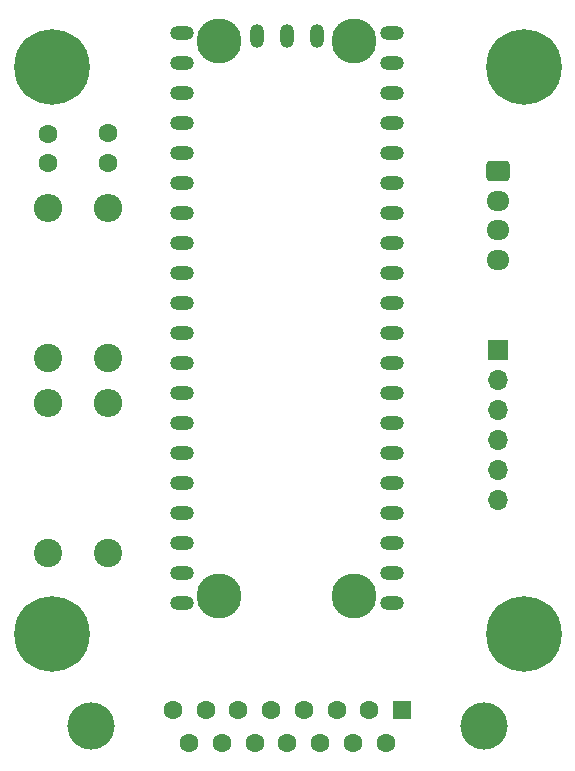
<source format=gbr>
%TF.GenerationSoftware,KiCad,Pcbnew,7.0.1*%
%TF.CreationDate,2023-04-10T15:25:16+01:00*%
%TF.ProjectId,pico-joystick,7069636f-2d6a-46f7-9973-7469636b2e6b,rev?*%
%TF.SameCoordinates,Original*%
%TF.FileFunction,Soldermask,Bot*%
%TF.FilePolarity,Negative*%
%FSLAX46Y46*%
G04 Gerber Fmt 4.6, Leading zero omitted, Abs format (unit mm)*
G04 Created by KiCad (PCBNEW 7.0.1) date 2023-04-10 15:25:16*
%MOMM*%
%LPD*%
G01*
G04 APERTURE LIST*
G04 Aperture macros list*
%AMRoundRect*
0 Rectangle with rounded corners*
0 $1 Rounding radius*
0 $2 $3 $4 $5 $6 $7 $8 $9 X,Y pos of 4 corners*
0 Add a 4 corners polygon primitive as box body*
4,1,4,$2,$3,$4,$5,$6,$7,$8,$9,$2,$3,0*
0 Add four circle primitives for the rounded corners*
1,1,$1+$1,$2,$3*
1,1,$1+$1,$4,$5*
1,1,$1+$1,$6,$7*
1,1,$1+$1,$8,$9*
0 Add four rect primitives between the rounded corners*
20,1,$1+$1,$2,$3,$4,$5,0*
20,1,$1+$1,$4,$5,$6,$7,0*
20,1,$1+$1,$6,$7,$8,$9,0*
20,1,$1+$1,$8,$9,$2,$3,0*%
G04 Aperture macros list end*
%ADD10C,6.400000*%
%ADD11C,3.800000*%
%ADD12O,2.000000X1.200000*%
%ADD13O,1.200000X2.000000*%
%ADD14C,2.400000*%
%ADD15O,2.400000X2.400000*%
%ADD16RoundRect,0.250000X-0.725000X0.600000X-0.725000X-0.600000X0.725000X-0.600000X0.725000X0.600000X0*%
%ADD17O,1.950000X1.700000*%
%ADD18R,1.700000X1.700000*%
%ADD19O,1.700000X1.700000*%
%ADD20C,1.600000*%
%ADD21R,1.600000X1.600000*%
%ADD22C,4.000000*%
G04 APERTURE END LIST*
D10*
%TO.C,REF\u002A\u002A*%
X172400000Y-113000000D03*
%TD*%
%TO.C,REF\u002A\u002A*%
X132400000Y-113000000D03*
%TD*%
%TO.C,REF\u002A\u002A*%
X132400000Y-65000000D03*
%TD*%
%TO.C,REF\u002A\u002A*%
X172400000Y-65000000D03*
%TD*%
D11*
%TO.C,U1*%
X158000000Y-109760000D03*
X158000000Y-62760000D03*
X146600000Y-109760000D03*
X146600000Y-62760000D03*
D12*
X161190000Y-110390000D03*
X161190000Y-107850000D03*
X161190000Y-105310000D03*
X161190000Y-102770000D03*
X161190000Y-100230000D03*
X161190000Y-97690000D03*
X161190000Y-95150000D03*
X161190000Y-92610000D03*
X161190000Y-90070000D03*
X161190000Y-87530000D03*
X161190000Y-84990000D03*
X161190000Y-82450000D03*
X161190000Y-79910000D03*
X161190000Y-77370000D03*
X161190000Y-74830000D03*
X161190000Y-72290000D03*
X161190000Y-69750000D03*
X161190000Y-67210000D03*
X161190000Y-64670000D03*
X161190000Y-62130000D03*
X143410000Y-62130000D03*
X143410000Y-64670000D03*
X143410000Y-67210000D03*
X143410000Y-69750000D03*
X143410000Y-72290000D03*
X143410000Y-74830000D03*
X143410000Y-77370000D03*
X143410000Y-79910000D03*
X143410000Y-82450000D03*
X143410000Y-84990000D03*
X143410000Y-87530000D03*
X143410000Y-90070000D03*
X143410000Y-92610000D03*
X143410000Y-95150000D03*
X143410000Y-97690000D03*
X143410000Y-100230000D03*
X143410000Y-102770000D03*
X143410000Y-105310000D03*
X143410000Y-107850000D03*
X143410000Y-110390000D03*
D13*
X154840000Y-62360000D03*
X152300000Y-62360000D03*
X149760000Y-62360000D03*
%TD*%
D14*
%TO.C,R4*%
X137160000Y-89600000D03*
D15*
X137160000Y-76900000D03*
%TD*%
%TO.C,R3*%
X132080000Y-76900000D03*
D14*
X132080000Y-89600000D03*
%TD*%
%TO.C,R2*%
X132080000Y-106110000D03*
D15*
X132080000Y-93410000D03*
%TD*%
D14*
%TO.C,R1*%
X137160000Y-106110000D03*
D15*
X137160000Y-93410000D03*
%TD*%
D16*
%TO.C,J4*%
X170180000Y-73780000D03*
D17*
X170180000Y-76280000D03*
X170180000Y-78780000D03*
X170180000Y-81280000D03*
%TD*%
D18*
%TO.C,J3*%
X170180000Y-88900000D03*
D19*
X170180000Y-91440000D03*
X170180000Y-93980000D03*
X170180000Y-96520000D03*
X170180000Y-99060000D03*
X170180000Y-101600000D03*
%TD*%
D20*
%TO.C,J1*%
X144070000Y-122220000D03*
X146840000Y-122220000D03*
X149610000Y-122220000D03*
X152380000Y-122220000D03*
X155150000Y-122220000D03*
X157920000Y-122220000D03*
X160690000Y-122220000D03*
X142685000Y-119380000D03*
X145455000Y-119380000D03*
X148225000Y-119380000D03*
X150995000Y-119380000D03*
X153765000Y-119380000D03*
X156535000Y-119380000D03*
X159305000Y-119380000D03*
D21*
X162075000Y-119380000D03*
D22*
X135730000Y-120800000D03*
X169030000Y-120800000D03*
%TD*%
D20*
%TO.C,C2*%
X137160000Y-73090000D03*
X137160000Y-70590000D03*
%TD*%
%TO.C,C1*%
X132080000Y-70630000D03*
X132080000Y-73130000D03*
%TD*%
M02*

</source>
